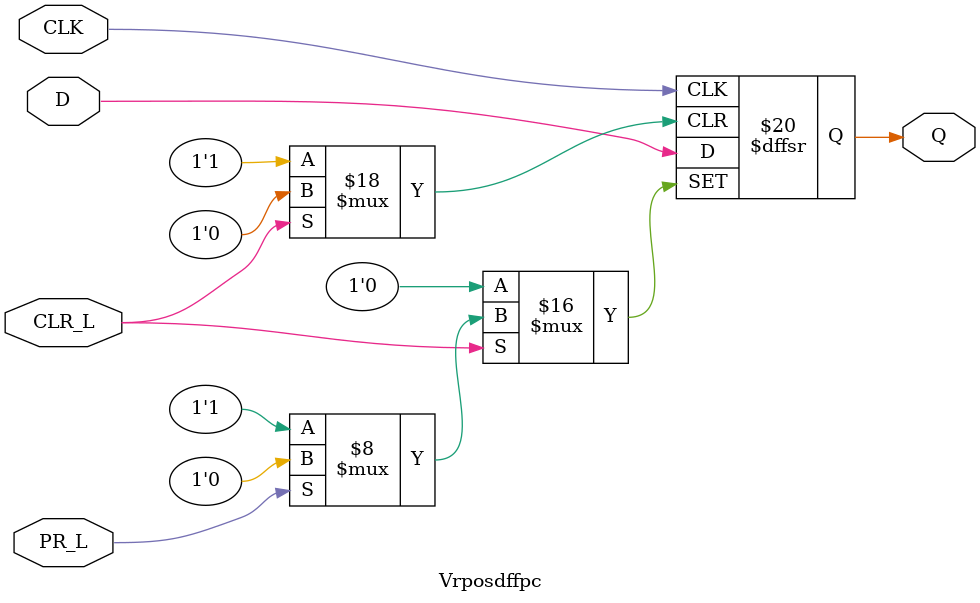
<source format=v>
module Vrposdffpc(CLK, PR_L, CLR_L, D, Q);
  input CLK, PR_L, CLR_L, D;
  output Q;
  reg Q;

  always @ (posedge CLK or negedge PR_L or negedge CLR_L)
    if (PR_L==0) Q <= 1;
    else if (CLR_L==0) Q <= 0;
    else Q <= D;
endmodule
</source>
